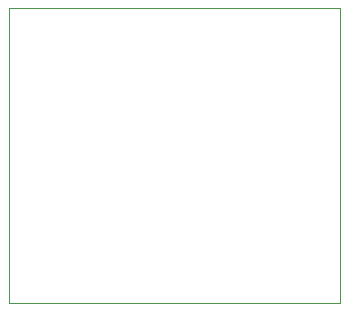
<source format=gbr>
G04 #@! TF.FileFunction,Profile,NP*
%FSLAX46Y46*%
G04 Gerber Fmt 4.6, Leading zero omitted, Abs format (unit mm)*
G04 Created by KiCad (PCBNEW (2014-12-04 BZR 5312)-product) date Ut 21. apríl 2015, 11:03:53 CEST*
%MOMM*%
G01*
G04 APERTURE LIST*
%ADD10C,0.100000*%
G04 APERTURE END LIST*
D10*
X168000000Y-125000000D02*
X168000000Y-100000000D01*
X196000000Y-125000000D02*
X168000000Y-125000000D01*
X196000000Y-100000000D02*
X196000000Y-125000000D01*
X168000000Y-100000000D02*
X196000000Y-100000000D01*
M02*

</source>
